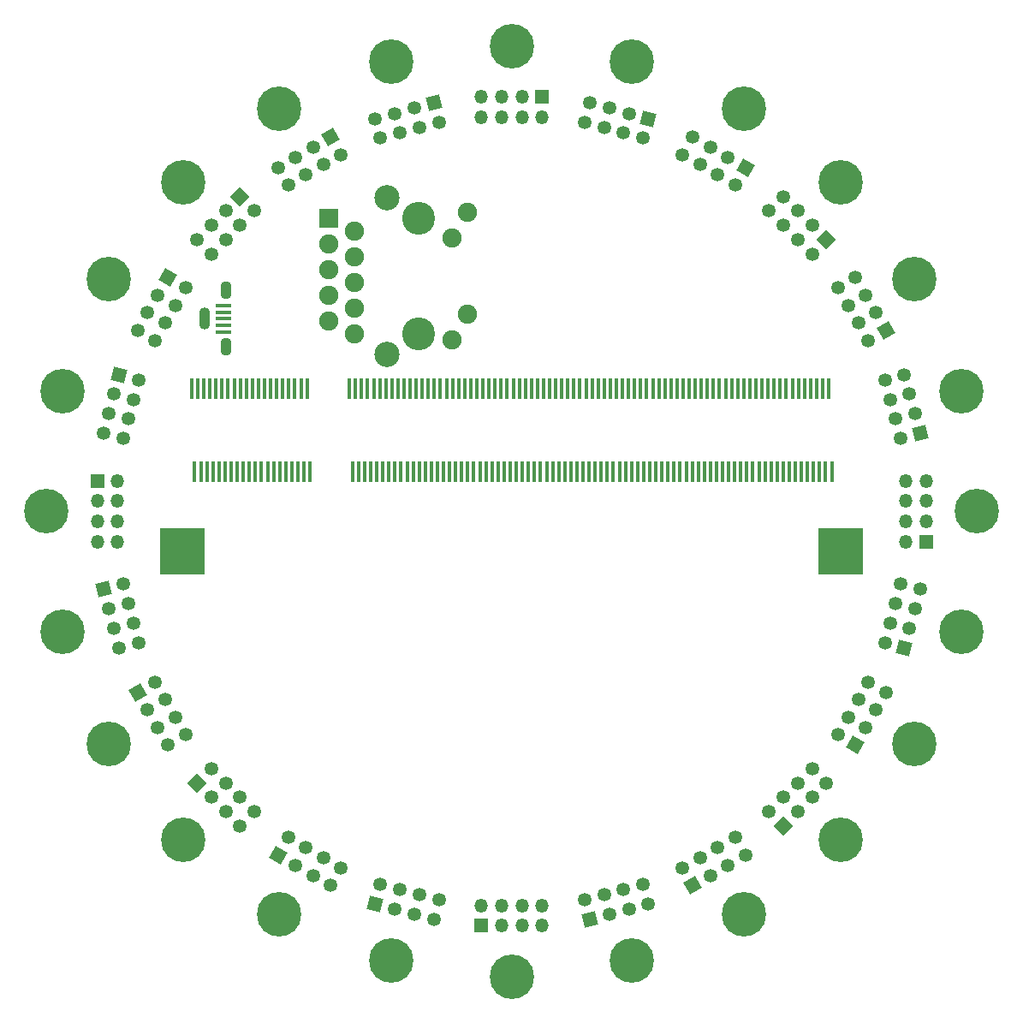
<source format=gbs>
%TF.GenerationSoftware,KiCad,Pcbnew,(6.0.9)*%
%TF.CreationDate,2022-11-25T11:26:23-05:00*%
%TF.ProjectId,hub,6875622e-6b69-4636-9164-5f7063625858,rev?*%
%TF.SameCoordinates,Original*%
%TF.FileFunction,Soldermask,Bot*%
%TF.FilePolarity,Negative*%
%FSLAX46Y46*%
G04 Gerber Fmt 4.6, Leading zero omitted, Abs format (unit mm)*
G04 Created by KiCad (PCBNEW (6.0.9)) date 2022-11-25 11:26:23*
%MOMM*%
%LPD*%
G01*
G04 APERTURE LIST*
G04 Aperture macros list*
%AMHorizOval*
0 Thick line with rounded ends*
0 $1 width*
0 $2 $3 position (X,Y) of the first rounded end (center of the circle)*
0 $4 $5 position (X,Y) of the second rounded end (center of the circle)*
0 Add line between two ends*
20,1,$1,$2,$3,$4,$5,0*
0 Add two circle primitives to create the rounded ends*
1,1,$1,$2,$3*
1,1,$1,$4,$5*%
%AMRotRect*
0 Rectangle, with rotation*
0 The origin of the aperture is its center*
0 $1 length*
0 $2 width*
0 $3 Rotation angle, in degrees counterclockwise*
0 Add horizontal line*
21,1,$1,$2,0,0,$3*%
G04 Aperture macros list end*
%ADD10RotRect,1.350000X1.350000X30.000000*%
%ADD11HorizOval,1.350000X0.000000X0.000000X0.000000X0.000000X0*%
%ADD12C,4.400000*%
%ADD13RotRect,1.350000X1.350000X15.000000*%
%ADD14HorizOval,1.350000X0.000000X0.000000X0.000000X0.000000X0*%
%ADD15RotRect,1.350000X1.350000X60.000000*%
%ADD16HorizOval,1.350000X0.000000X0.000000X0.000000X0.000000X0*%
%ADD17RotRect,1.350000X1.350000X195.000000*%
%ADD18HorizOval,1.350000X0.000000X0.000000X0.000000X0.000000X0*%
%ADD19RotRect,1.350000X1.350000X225.000000*%
%ADD20HorizOval,1.350000X0.000000X0.000000X0.000000X0.000000X0*%
%ADD21R,1.350000X1.350000*%
%ADD22O,1.350000X1.350000*%
%ADD23RotRect,1.350000X1.350000X45.000000*%
%ADD24HorizOval,1.350000X0.000000X0.000000X0.000000X0.000000X0*%
%ADD25RotRect,1.350000X1.350000X150.000000*%
%ADD26HorizOval,1.350000X0.000000X0.000000X0.000000X0.000000X0*%
%ADD27RotRect,1.350000X1.350000X255.000000*%
%ADD28HorizOval,1.350000X0.000000X0.000000X0.000000X0.000000X0*%
%ADD29RotRect,1.350000X1.350000X300.000000*%
%ADD30HorizOval,1.350000X0.000000X0.000000X0.000000X0.000000X0*%
%ADD31RotRect,1.350000X1.350000X135.000000*%
%ADD32HorizOval,1.350000X0.000000X0.000000X0.000000X0.000000X0*%
%ADD33RotRect,1.350000X1.350000X345.000000*%
%ADD34HorizOval,1.350000X0.000000X0.000000X0.000000X0.000000X0*%
%ADD35RotRect,1.350000X1.350000X165.000000*%
%ADD36HorizOval,1.350000X0.000000X0.000000X0.000000X0.000000X0*%
%ADD37RotRect,1.350000X1.350000X285.000000*%
%ADD38HorizOval,1.350000X0.000000X0.000000X0.000000X0.000000X0*%
%ADD39RotRect,1.350000X1.350000X105.000000*%
%ADD40HorizOval,1.350000X0.000000X0.000000X0.000000X0.000000X0*%
%ADD41RotRect,1.350000X1.350000X315.000000*%
%ADD42HorizOval,1.350000X0.000000X0.000000X0.000000X0.000000X0*%
%ADD43RotRect,1.350000X1.350000X240.000000*%
%ADD44HorizOval,1.350000X0.000000X0.000000X0.000000X0.000000X0*%
%ADD45RotRect,1.350000X1.350000X210.000000*%
%ADD46HorizOval,1.350000X0.000000X0.000000X0.000000X0.000000X0*%
%ADD47RotRect,1.350000X1.350000X75.000000*%
%ADD48HorizOval,1.350000X0.000000X0.000000X0.000000X0.000000X0*%
%ADD49RotRect,1.350000X1.350000X330.000000*%
%ADD50HorizOval,1.350000X0.000000X0.000000X0.000000X0.000000X0*%
%ADD51RotRect,1.350000X1.350000X120.000000*%
%ADD52HorizOval,1.350000X0.000000X0.000000X0.000000X0.000000X0*%
%ADD53C,3.250000*%
%ADD54C,1.900000*%
%ADD55R,1.900000X1.900000*%
%ADD56C,2.500000*%
%ADD57C,0.001000*%
%ADD58R,0.350000X2.000000*%
%ADD59R,4.500000X4.600000*%
%ADD60R,1.500000X0.450000*%
%ADD61O,1.100000X2.200000*%
%ADD62O,1.100000X1.800000*%
G04 APERTURE END LIST*
D10*
%TO.C,J11*%
X-37007042Y-17901924D03*
D11*
X-35274991Y-16901924D03*
X-36007042Y-19633975D03*
X-34274991Y-18633975D03*
X-35007042Y-21366026D03*
X-33274991Y-20366026D03*
X-34007042Y-23098076D03*
X-32274991Y-22098076D03*
%TD*%
D12*
%TO.C,H7*%
X-46000000Y0D03*
%TD*%
%TO.C,H15*%
X23000000Y-39837169D03*
%TD*%
D13*
%TO.C,J10*%
X-40379416Y-7713803D03*
D14*
X-38447564Y-7196165D03*
X-39861778Y-9645655D03*
X-37929926Y-9128017D03*
X-39344140Y-11577506D03*
X-37412288Y-11059868D03*
X-38826502Y-13509358D03*
X-36894650Y-12991720D03*
%TD*%
D15*
%TO.C,J13*%
X-23098076Y-34007042D03*
D16*
X-22098076Y-32274991D03*
X-21366025Y-35007042D03*
X-20366025Y-33274991D03*
X-19633974Y-36007042D03*
X-18633974Y-34274991D03*
X-17901924Y-37007042D03*
X-16901924Y-35274991D03*
%TD*%
D12*
%TO.C,H9*%
X-39837169Y-23000000D03*
%TD*%
%TO.C,H1*%
X0Y46000000D03*
%TD*%
D17*
%TO.C,J22*%
X40379416Y7713803D03*
D18*
X38447564Y7196165D03*
X39861778Y9645655D03*
X37929926Y9128017D03*
X39344140Y11577506D03*
X37412288Y11059868D03*
X38826502Y13509358D03*
X36894650Y12991720D03*
%TD*%
D12*
%TO.C,H10*%
X-32526912Y-32526912D03*
%TD*%
D19*
%TO.C,J24*%
X31112698Y26870058D03*
D20*
X29698484Y25455844D03*
X29698484Y28284272D03*
X28284271Y26870058D03*
X28284271Y29698485D03*
X26870057Y28284272D03*
X26870057Y31112699D03*
X25455844Y29698485D03*
%TD*%
D21*
%TO.C,J21*%
X41000000Y-3000000D03*
D22*
X39000000Y-3000000D03*
X41000000Y-1000000D03*
X39000000Y-1000000D03*
X41000000Y1000000D03*
X39000000Y1000000D03*
X41000000Y3000000D03*
X39000000Y3000000D03*
%TD*%
D23*
%TO.C,J12*%
X-31112698Y-26870058D03*
D24*
X-29698484Y-25455844D03*
X-29698484Y-28284272D03*
X-28284271Y-26870058D03*
X-28284271Y-29698485D03*
X-26870057Y-28284272D03*
X-26870057Y-31112699D03*
X-25455844Y-29698485D03*
%TD*%
D25*
%TO.C,J19*%
X34007042Y-23098076D03*
D26*
X32274991Y-22098076D03*
X35007042Y-21366025D03*
X33274991Y-20366025D03*
X36007042Y-19633974D03*
X34274991Y-18633974D03*
X37007042Y-17901924D03*
X35274991Y-16901924D03*
%TD*%
D27*
%TO.C,J26*%
X13509358Y38826502D03*
D28*
X12991720Y36894650D03*
X11577506Y39344140D03*
X11059868Y37412288D03*
X9645655Y39861778D03*
X9128017Y37929927D03*
X7713803Y40379416D03*
X7196165Y38447565D03*
%TD*%
D21*
%TO.C,J2*%
X3000000Y41000000D03*
D22*
X3000000Y39000000D03*
X1000000Y41000000D03*
X1000000Y39000000D03*
X-1000000Y41000000D03*
X-1000000Y39000000D03*
X-3000000Y41000000D03*
X-3000000Y39000000D03*
%TD*%
D12*
%TO.C,H13*%
X0Y-46000000D03*
%TD*%
D29*
%TO.C,J5*%
X-17901924Y37007042D03*
D30*
X-16901924Y35274991D03*
X-19633975Y36007042D03*
X-18633975Y34274991D03*
X-21366026Y35007042D03*
X-20366026Y33274991D03*
X-23098076Y34007042D03*
X-22098076Y32274991D03*
%TD*%
D12*
%TO.C,H17*%
X39837169Y-23000000D03*
%TD*%
D31*
%TO.C,J18*%
X26870058Y-31112698D03*
D32*
X25455844Y-29698484D03*
X28284272Y-29698484D03*
X26870058Y-28284271D03*
X29698485Y-28284271D03*
X28284272Y-26870057D03*
X31112699Y-26870057D03*
X29698485Y-25455844D03*
%TD*%
D33*
%TO.C,J8*%
X-38826502Y13509358D03*
D34*
X-36894650Y12991720D03*
X-39344140Y11577506D03*
X-37412288Y11059868D03*
X-39861778Y9645655D03*
X-37929927Y9128017D03*
X-40379416Y7713803D03*
X-38447565Y7196165D03*
%TD*%
D12*
%TO.C,H22*%
X32526912Y32526912D03*
%TD*%
%TO.C,H24*%
X11905676Y44432588D03*
%TD*%
D21*
%TO.C,J9*%
X-41000000Y3000000D03*
D22*
X-39000000Y3000000D03*
X-41000000Y1000000D03*
X-39000000Y1000000D03*
X-41000000Y-1000000D03*
X-39000000Y-1000000D03*
X-41000000Y-3000000D03*
X-39000000Y-3000000D03*
%TD*%
D12*
%TO.C,H23*%
X23000000Y39837169D03*
%TD*%
D35*
%TO.C,J20*%
X38826502Y-13509358D03*
D36*
X36894650Y-12991720D03*
X39344140Y-11577506D03*
X37412288Y-11059868D03*
X39861778Y-9645655D03*
X37929927Y-9128017D03*
X40379416Y-7713803D03*
X38447565Y-7196165D03*
%TD*%
D12*
%TO.C,H18*%
X44432588Y-11905676D03*
%TD*%
%TO.C,H8*%
X-44432588Y-11905676D03*
%TD*%
D21*
%TO.C,J15*%
X-3000000Y-41000000D03*
D22*
X-3000000Y-39000000D03*
X-1000000Y-41000000D03*
X-1000000Y-39000000D03*
X1000000Y-41000000D03*
X1000000Y-39000000D03*
X3000000Y-41000000D03*
X3000000Y-39000000D03*
%TD*%
D12*
%TO.C,H6*%
X-44432588Y11905676D03*
%TD*%
D37*
%TO.C,J4*%
X-7713803Y40379416D03*
D38*
X-7196165Y38447564D03*
X-9645655Y39861778D03*
X-9128017Y37929926D03*
X-11577506Y39344140D03*
X-11059868Y37412288D03*
X-13509358Y38826502D03*
X-12991720Y36894650D03*
%TD*%
D12*
%TO.C,H14*%
X11905676Y-44432588D03*
%TD*%
%TO.C,H12*%
X-11905676Y-44432588D03*
%TD*%
%TO.C,H5*%
X-39837169Y23000000D03*
%TD*%
D39*
%TO.C,J16*%
X7713803Y-40379416D03*
D40*
X7196165Y-38447564D03*
X9645655Y-39861778D03*
X9128017Y-37929926D03*
X11577506Y-39344140D03*
X11059868Y-37412288D03*
X13509358Y-38826502D03*
X12991720Y-36894650D03*
%TD*%
D12*
%TO.C,H21*%
X39837169Y23000000D03*
%TD*%
%TO.C,H11*%
X-23000000Y-39837169D03*
%TD*%
%TO.C,H2*%
X-11905676Y44432588D03*
%TD*%
D41*
%TO.C,J6*%
X-26870058Y31112698D03*
D42*
X-25455844Y29698484D03*
X-28284272Y29698484D03*
X-26870058Y28284271D03*
X-29698485Y28284271D03*
X-28284272Y26870057D03*
X-31112699Y26870057D03*
X-29698485Y25455844D03*
%TD*%
D43*
%TO.C,J25*%
X23098076Y34007042D03*
D44*
X22098076Y32274991D03*
X21366025Y35007042D03*
X20366025Y33274991D03*
X19633974Y36007042D03*
X18633974Y34274991D03*
X17901924Y37007042D03*
X16901924Y35274991D03*
%TD*%
D45*
%TO.C,J23*%
X37007042Y17901924D03*
D46*
X35274991Y16901924D03*
X36007042Y19633975D03*
X34274991Y18633975D03*
X35007042Y21366026D03*
X33274991Y20366026D03*
X34007042Y23098076D03*
X32274991Y22098076D03*
%TD*%
D47*
%TO.C,J14*%
X-13509358Y-38826502D03*
D48*
X-12991720Y-36894650D03*
X-11577506Y-39344140D03*
X-11059868Y-37412288D03*
X-9645655Y-39861778D03*
X-9128017Y-37929927D03*
X-7713803Y-40379416D03*
X-7196165Y-38447565D03*
%TD*%
D49*
%TO.C,J7*%
X-34007042Y23098076D03*
D50*
X-32274991Y22098076D03*
X-35007042Y21366025D03*
X-33274991Y20366025D03*
X-36007042Y19633974D03*
X-34274991Y18633974D03*
X-37007042Y17901924D03*
X-35274991Y16901924D03*
%TD*%
D51*
%TO.C,J17*%
X17901924Y-37007042D03*
D52*
X16901924Y-35274991D03*
X19633975Y-36007042D03*
X18633975Y-34274991D03*
X21366026Y-35007042D03*
X20366026Y-33274991D03*
X23098076Y-34007042D03*
X22098076Y-32274991D03*
%TD*%
D12*
%TO.C,H4*%
X-32526912Y32526912D03*
%TD*%
%TO.C,H20*%
X44432588Y11905676D03*
%TD*%
%TO.C,H16*%
X32526912Y-32526912D03*
%TD*%
%TO.C,H3*%
X-23000000Y39837169D03*
%TD*%
%TO.C,H19*%
X46000000Y0D03*
%TD*%
D53*
%TO.C,J3*%
X-9250000Y17535000D03*
X-9250000Y28965000D03*
D54*
X-5870000Y16925000D03*
X-4350000Y19465000D03*
X-5870000Y27035000D03*
X-4350000Y29575000D03*
D55*
X-18140000Y28965000D03*
D54*
X-15600000Y27695000D03*
X-18140000Y26425000D03*
X-15600000Y25155000D03*
X-18140000Y23885000D03*
X-15600000Y22615000D03*
X-18140000Y21345000D03*
X-15600000Y20075000D03*
X-18140000Y18805000D03*
X-15600000Y17535000D03*
D56*
X-12300000Y31025000D03*
X-12300000Y15475000D03*
%TD*%
D57*
%TO.C,J1*%
X-33400000Y8000000D03*
X33400000Y8000000D03*
D58*
X-31650000Y12100000D03*
X-31350000Y3900000D03*
X-31050000Y12100000D03*
X-30750000Y3900000D03*
X-30450000Y12100000D03*
X-30150000Y3900000D03*
X-29850000Y12100000D03*
X-29550000Y3900000D03*
X-29250000Y12100000D03*
X-28950000Y3900000D03*
X-28650000Y12100000D03*
X-28350000Y3900000D03*
X-28050000Y12100000D03*
X-27750000Y3900000D03*
X-27450000Y12100000D03*
X-27150000Y3900000D03*
X-26850000Y12100000D03*
X-26550000Y3900000D03*
X-26250000Y12100000D03*
X-25950000Y3900000D03*
X-25650000Y12100000D03*
X-25350000Y3900000D03*
X-25050000Y12100000D03*
X-24750000Y3900000D03*
X-24450000Y12100000D03*
X-24150000Y3900000D03*
X-23850000Y12100000D03*
X-23550000Y3900000D03*
X-23250000Y12100000D03*
X-22950000Y3900000D03*
X-22650000Y12100000D03*
X-22350000Y3900000D03*
X-22050000Y12100000D03*
X-21750000Y3900000D03*
X-21450000Y12100000D03*
X-21150000Y3900000D03*
X-20850000Y12100000D03*
X-20550000Y3900000D03*
X-20250000Y12100000D03*
X-19950000Y3900000D03*
X-16050000Y12100000D03*
X-15750000Y3900000D03*
X-15450000Y12100000D03*
X-15150000Y3900000D03*
X-14850000Y12100000D03*
X-14550000Y3900000D03*
X-14250000Y12100000D03*
X-13950000Y3900000D03*
X-13650000Y12100000D03*
X-13350000Y3900000D03*
X-13050000Y12100000D03*
X-12750000Y3900000D03*
X-12450000Y12100000D03*
X-12150000Y3900000D03*
X-11850000Y12100000D03*
X-11550000Y3900000D03*
X-11250000Y12100000D03*
X-10950000Y3900000D03*
X-10650000Y12100000D03*
X-10350000Y3900000D03*
X-10050000Y12100000D03*
X-9750000Y3900000D03*
X-9450000Y12100000D03*
X-9150000Y3900000D03*
X-8850000Y12100000D03*
X-8550000Y3900000D03*
X-8250000Y12100000D03*
X-7950000Y3900000D03*
X-7650000Y12100000D03*
X-7350000Y3900000D03*
X-7050000Y12100000D03*
X-6750000Y3900000D03*
X-6450000Y12100000D03*
X-6150000Y3900000D03*
X-5850000Y12100000D03*
X-5550000Y3900000D03*
X-5250000Y12100000D03*
X-4950000Y3900000D03*
X-4650000Y12100000D03*
X-4350000Y3900000D03*
X-4050000Y12100000D03*
X-3750000Y3900000D03*
X-3450000Y12100000D03*
X-3150000Y3900000D03*
X-2850000Y12100000D03*
X-2550000Y3900000D03*
X-2250000Y12100000D03*
X-1950000Y3900000D03*
X-1650000Y12100000D03*
X-1350000Y3900000D03*
X-1050000Y12100000D03*
X-750000Y3900000D03*
X-450000Y12100000D03*
X-150000Y3900000D03*
X150000Y12100000D03*
X450000Y3900000D03*
X750000Y12100000D03*
X1050000Y3900000D03*
X1350000Y12100000D03*
X1650000Y3900000D03*
X1950000Y12100000D03*
X2250000Y3900000D03*
X2550000Y12100000D03*
X2850000Y3900000D03*
X3150000Y12100000D03*
X3450000Y3900000D03*
X3750000Y12100000D03*
X4050000Y3900000D03*
X4350000Y12100000D03*
X4650000Y3900000D03*
X4950000Y12100000D03*
X5250000Y3900000D03*
X5550000Y12100000D03*
X5850000Y3900000D03*
X6150000Y12100000D03*
X6450000Y3900000D03*
X6750000Y12100000D03*
X7050000Y3900000D03*
X7350000Y12100000D03*
X7650000Y3900000D03*
X7950000Y12100000D03*
X8250000Y3900000D03*
X8550000Y12100000D03*
X8850000Y3900000D03*
X9150000Y12100000D03*
X9450000Y3900000D03*
X9750000Y12100000D03*
X10050000Y3900000D03*
X10350000Y12100000D03*
X10650000Y3900000D03*
X10950000Y12100000D03*
X11250000Y3900000D03*
X11550000Y12100000D03*
X11850000Y3900000D03*
X12150000Y12100000D03*
X12450000Y3900000D03*
X12750000Y12100000D03*
X13050000Y3900000D03*
X13350000Y12100000D03*
X13650000Y3900000D03*
X13950000Y12100000D03*
X14250000Y3900000D03*
X14550000Y12100000D03*
X14850000Y3900000D03*
X15150000Y12100000D03*
X15450000Y3900000D03*
X15750000Y12100000D03*
X16050000Y3900000D03*
X16350000Y12100000D03*
X16650000Y3900000D03*
X16950000Y12100000D03*
X17250000Y3900000D03*
X17550000Y12100000D03*
X17850000Y3900000D03*
X18150000Y12100000D03*
X18450000Y3900000D03*
X18750000Y12100000D03*
X19050000Y3900000D03*
X19350000Y12100000D03*
X19650000Y3900000D03*
X19950000Y12100000D03*
X20250000Y3900000D03*
X20550000Y12100000D03*
X20850000Y3900000D03*
X21150000Y12100000D03*
X21450000Y3900000D03*
X21750000Y12100000D03*
X22050000Y3900000D03*
X22350000Y12100000D03*
X22650000Y3900000D03*
X22950000Y12100000D03*
X23250000Y3900000D03*
X23550000Y12100000D03*
X23850000Y3900000D03*
X24150000Y12100000D03*
X24450000Y3900000D03*
X24750000Y12100000D03*
X25050000Y3900000D03*
X25350000Y12100000D03*
X25650000Y3900000D03*
X25950000Y12100000D03*
X26250000Y3900000D03*
X26550000Y12100000D03*
X26850000Y3900000D03*
X27150000Y12100000D03*
X27450000Y3900000D03*
X27750000Y12100000D03*
X28050000Y3900000D03*
X28350000Y12100000D03*
X28650000Y3900000D03*
X28950000Y12100000D03*
X29250000Y3900000D03*
X29550000Y12100000D03*
X29850000Y3900000D03*
X30150000Y12100000D03*
X30450000Y3900000D03*
X30750000Y12100000D03*
X31050000Y3900000D03*
X31350000Y12100000D03*
X31650000Y3900000D03*
D59*
X-32550000Y-4000000D03*
X32550000Y-4000000D03*
%TD*%
D60*
%TO.C,J28*%
X-28500000Y17750000D03*
X-28500000Y18400000D03*
X-28500000Y19050000D03*
X-28500000Y19700000D03*
X-28500000Y20350000D03*
D61*
X-30400000Y19050000D03*
D62*
X-28250000Y21850000D03*
X-28250000Y16250000D03*
%TD*%
M02*

</source>
